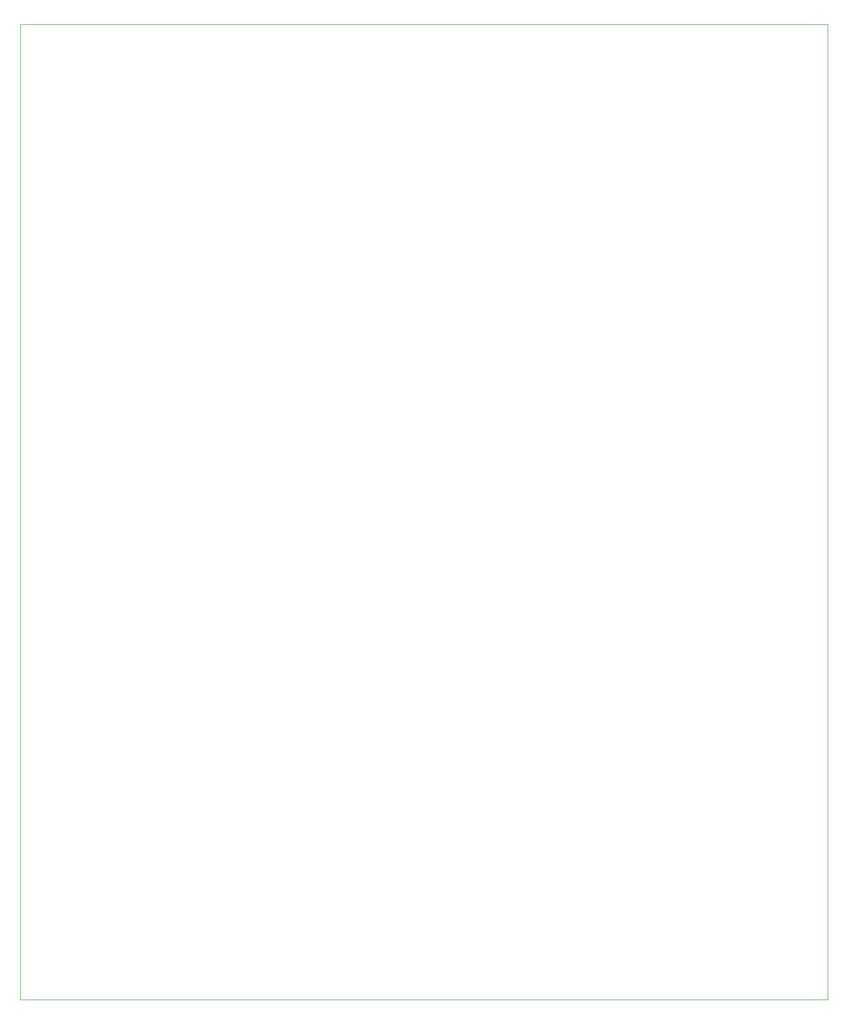
<source format=gbr>
%TF.GenerationSoftware,KiCad,Pcbnew,(5.1.8)-1*%
%TF.CreationDate,2022-05-21T00:33:48+03:00*%
%TF.ProjectId,MUX,4d55582e-6b69-4636-9164-5f7063625858,rev?*%
%TF.SameCoordinates,Original*%
%TF.FileFunction,Profile,NP*%
%FSLAX46Y46*%
G04 Gerber Fmt 4.6, Leading zero omitted, Abs format (unit mm)*
G04 Created by KiCad (PCBNEW (5.1.8)-1) date 2022-05-21 00:33:48*
%MOMM*%
%LPD*%
G01*
G04 APERTURE LIST*
%TA.AperFunction,Profile*%
%ADD10C,0.050000*%
%TD*%
G04 APERTURE END LIST*
D10*
X15240000Y-190500000D02*
X15240000Y-27940000D01*
X149860000Y-190500000D02*
X15240000Y-190500000D01*
X149860000Y-27940000D02*
X149860000Y-190500000D01*
X15240000Y-27940000D02*
X149860000Y-27940000D01*
M02*

</source>
